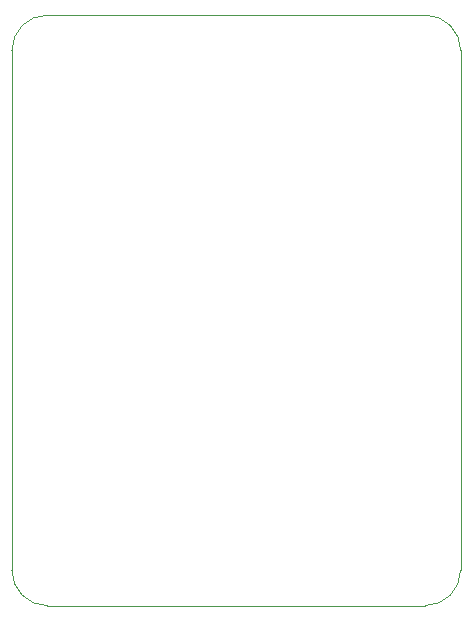
<source format=gko>
%FSLAX46Y46*%
G04 Gerber Fmt 4.6, Leading zero omitted, Abs format (unit mm)*
G04 Created by KiCad (PCBNEW (2014-10-22 BZR 5214)-product) date Sun 11 Oct 2015 07:22:09 PM EDT*
%MOMM*%
G01*
G04 APERTURE LIST*
%ADD10C,0.200000*%
%ADD11C,0.100000*%
G04 APERTURE END LIST*
D10*
D11*
X151000000Y-147000000D02*
G75*
G03X154000000Y-150000000I3000000J0D01*
G01*
X186000000Y-150000000D02*
G75*
G03X189000000Y-147000000I0J3000000D01*
G01*
X189000000Y-103000000D02*
G75*
G03X186000000Y-100000000I-3000000J0D01*
G01*
X154000000Y-100000000D02*
G75*
G03X151000000Y-103000000I0J-3000000D01*
G01*
X151000000Y-103000000D02*
X151000000Y-147000000D01*
X186000000Y-100000000D02*
X154000000Y-100000000D01*
X189000000Y-147000000D02*
X189000000Y-103000000D01*
X154000000Y-150000000D02*
X186000000Y-150000000D01*
M02*

</source>
